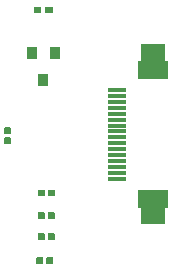
<source format=gbp>
G04 Layer: BottomPasteMaskLayer*
G04 EasyEDA v6.5.46, 2025-07-23 17:24:06*
G04 74a4e304ba1b453b8bde7bcb9ef7a0d0,7be8f16a26344db1bf46185b0a727cd7,10*
G04 Gerber Generator version 0.2*
G04 Scale: 100 percent, Rotated: No, Reflected: No *
G04 Dimensions in millimeters *
G04 leading zeros omitted , absolute positions ,4 integer and 5 decimal *
%FSLAX45Y45*%
%MOMM*%

%AMMACRO1*21,1,$1,$2,0,0,$3*%
%ADD10R,2.0000X2.0000*%
%ADD11MACRO1,1X0.8X-90.0000*%
%ADD12MACRO1,0.35X1.5X-90.0000*%
%ADD13MACRO1,1.5X2.5X-90.0000*%

%LPD*%
G36*
X2251100Y7456982D02*
G01*
X2246122Y7452004D01*
X2246122Y7406995D01*
X2251100Y7402017D01*
X2299106Y7402017D01*
X2306116Y7406995D01*
X2306116Y7452004D01*
X2299106Y7456982D01*
G37*
G36*
X2349093Y7456982D02*
G01*
X2342083Y7452004D01*
X2342083Y7406995D01*
X2349093Y7402017D01*
X2397099Y7402017D01*
X2402078Y7406995D01*
X2402078Y7452004D01*
X2397099Y7456982D01*
G37*
G36*
X2367026Y5907125D02*
G01*
X2363012Y5903112D01*
X2363012Y5857087D01*
X2367026Y5853074D01*
X2417064Y5853074D01*
X2421077Y5857087D01*
X2421077Y5903112D01*
X2417064Y5907125D01*
G37*
G36*
X2281936Y5907125D02*
G01*
X2277922Y5903112D01*
X2277922Y5857087D01*
X2281936Y5853074D01*
X2331974Y5853074D01*
X2335987Y5857087D01*
X2335987Y5903112D01*
X2331974Y5907125D01*
G37*
G36*
X2367026Y5716625D02*
G01*
X2363012Y5712612D01*
X2363012Y5666587D01*
X2367026Y5662574D01*
X2417064Y5662574D01*
X2421077Y5666587D01*
X2421077Y5712612D01*
X2417064Y5716625D01*
G37*
G36*
X2281936Y5716625D02*
G01*
X2277922Y5712612D01*
X2277922Y5666587D01*
X2281936Y5662574D01*
X2331974Y5662574D01*
X2335987Y5666587D01*
X2335987Y5712612D01*
X2331974Y5716625D01*
G37*
G36*
X2367026Y5538825D02*
G01*
X2363012Y5534812D01*
X2363012Y5488787D01*
X2367026Y5484774D01*
X2417064Y5484774D01*
X2421077Y5488787D01*
X2421077Y5534812D01*
X2417064Y5538825D01*
G37*
G36*
X2281936Y5538825D02*
G01*
X2277922Y5534812D01*
X2277922Y5488787D01*
X2281936Y5484774D01*
X2331974Y5484774D01*
X2335987Y5488787D01*
X2335987Y5534812D01*
X2331974Y5538825D01*
G37*
G36*
X2269236Y5335625D02*
G01*
X2265222Y5331612D01*
X2265222Y5285587D01*
X2269236Y5281574D01*
X2319274Y5281574D01*
X2323287Y5285587D01*
X2323287Y5331612D01*
X2319274Y5335625D01*
G37*
G36*
X2354326Y5335625D02*
G01*
X2350312Y5331612D01*
X2350312Y5285587D01*
X2354326Y5281574D01*
X2404364Y5281574D01*
X2408377Y5285587D01*
X2408377Y5331612D01*
X2404364Y5335625D01*
G37*
G36*
X1996287Y6434277D02*
G01*
X1992274Y6430264D01*
X1992274Y6380175D01*
X1996287Y6376212D01*
X2042312Y6376212D01*
X2046325Y6380175D01*
X2046325Y6430264D01*
X2042312Y6434277D01*
G37*
G36*
X1996287Y6349187D02*
G01*
X1992274Y6345224D01*
X1992274Y6295136D01*
X1996287Y6291122D01*
X2042312Y6291122D01*
X2046325Y6295136D01*
X2046325Y6345224D01*
X2042312Y6349187D01*
G37*
D10*
G01*
X3251200Y5715000D03*
G01*
X3251200Y7035800D03*
D11*
G01*
X2419101Y7061901D03*
G01*
X2324105Y6831898D03*
G01*
X2229098Y7061898D03*
D12*
G01*
X2943793Y6000404D03*
G01*
X2943795Y6050404D03*
G01*
X2943795Y6100404D03*
G01*
X2943795Y6150404D03*
G01*
X2943795Y6200404D03*
G01*
X2943795Y6250404D03*
G01*
X2943795Y6300403D03*
G01*
X2943795Y6350403D03*
G01*
X2943795Y6400403D03*
G01*
X2943795Y6450403D03*
G01*
X2943795Y6500403D03*
G01*
X2943795Y6550403D03*
G01*
X2943795Y6600403D03*
G01*
X2943795Y6650403D03*
G01*
X2943795Y6700403D03*
G01*
X2943795Y6750403D03*
D13*
G01*
X3253797Y5830406D03*
G01*
X3253792Y6920401D03*
M02*

</source>
